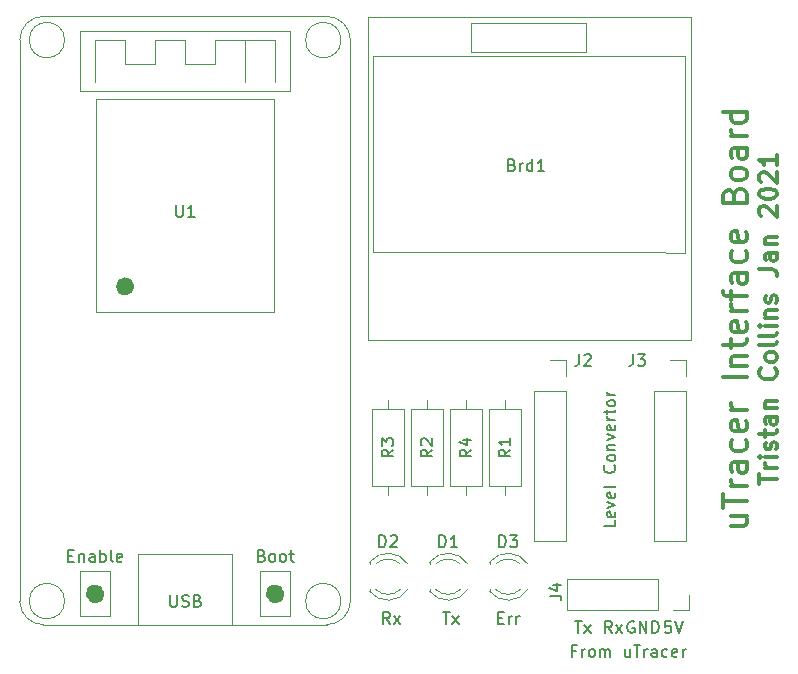
<source format=gbr>
%TF.GenerationSoftware,KiCad,Pcbnew,(6.0.0-0)*%
%TF.CreationDate,2022-01-15T15:50:31+00:00*%
%TF.ProjectId,uTracer_board,75547261-6365-4725-9f62-6f6172642e6b,rev?*%
%TF.SameCoordinates,Original*%
%TF.FileFunction,Legend,Top*%
%TF.FilePolarity,Positive*%
%FSLAX46Y46*%
G04 Gerber Fmt 4.6, Leading zero omitted, Abs format (unit mm)*
G04 Created by KiCad (PCBNEW (6.0.0-0)) date 2022-01-15 15:50:31*
%MOMM*%
%LPD*%
G01*
G04 APERTURE LIST*
%ADD10C,0.150000*%
%ADD11C,0.300000*%
%ADD12C,0.120000*%
%ADD13C,1.000000*%
%ADD14C,0.800000*%
G04 APERTURE END LIST*
D10*
X144780095Y-126246000D02*
X144684857Y-126198380D01*
X144542000Y-126198380D01*
X144399142Y-126246000D01*
X144303904Y-126341238D01*
X144256285Y-126436476D01*
X144208666Y-126626952D01*
X144208666Y-126769809D01*
X144256285Y-126960285D01*
X144303904Y-127055523D01*
X144399142Y-127150761D01*
X144542000Y-127198380D01*
X144637238Y-127198380D01*
X144780095Y-127150761D01*
X144827714Y-127103142D01*
X144827714Y-126769809D01*
X144637238Y-126769809D01*
X145256285Y-127198380D02*
X145256285Y-126198380D01*
X145827714Y-127198380D01*
X145827714Y-126198380D01*
X146303904Y-127198380D02*
X146303904Y-126198380D01*
X146542000Y-126198380D01*
X146684857Y-126246000D01*
X146780095Y-126341238D01*
X146827714Y-126436476D01*
X146875333Y-126626952D01*
X146875333Y-126769809D01*
X146827714Y-126960285D01*
X146780095Y-127055523D01*
X146684857Y-127150761D01*
X146542000Y-127198380D01*
X146303904Y-127198380D01*
X139771523Y-126198380D02*
X140342952Y-126198380D01*
X140057238Y-127198380D02*
X140057238Y-126198380D01*
X140581047Y-127198380D02*
X141104857Y-126531714D01*
X140581047Y-126531714D02*
X141104857Y-127198380D01*
X142906761Y-127198380D02*
X142573428Y-126722190D01*
X142335333Y-127198380D02*
X142335333Y-126198380D01*
X142716285Y-126198380D01*
X142811523Y-126246000D01*
X142859142Y-126293619D01*
X142906761Y-126388857D01*
X142906761Y-126531714D01*
X142859142Y-126626952D01*
X142811523Y-126674571D01*
X142716285Y-126722190D01*
X142335333Y-126722190D01*
X143240095Y-127198380D02*
X143763904Y-126531714D01*
X143240095Y-126531714D02*
X143763904Y-127198380D01*
X124110761Y-126436380D02*
X123777428Y-125960190D01*
X123539333Y-126436380D02*
X123539333Y-125436380D01*
X123920285Y-125436380D01*
X124015523Y-125484000D01*
X124063142Y-125531619D01*
X124110761Y-125626857D01*
X124110761Y-125769714D01*
X124063142Y-125864952D01*
X124015523Y-125912571D01*
X123920285Y-125960190D01*
X123539333Y-125960190D01*
X124444095Y-126436380D02*
X124967904Y-125769714D01*
X124444095Y-125769714D02*
X124967904Y-126436380D01*
X128595523Y-125436380D02*
X129166952Y-125436380D01*
X128881238Y-126436380D02*
X128881238Y-125436380D01*
X129405047Y-126436380D02*
X129928857Y-125769714D01*
X129405047Y-125769714D02*
X129928857Y-126436380D01*
X133278666Y-125912571D02*
X133612000Y-125912571D01*
X133754857Y-126436380D02*
X133278666Y-126436380D01*
X133278666Y-125436380D01*
X133754857Y-125436380D01*
X134183428Y-126436380D02*
X134183428Y-125769714D01*
X134183428Y-125960190D02*
X134231047Y-125864952D01*
X134278666Y-125817333D01*
X134373904Y-125769714D01*
X134469142Y-125769714D01*
X134802476Y-126436380D02*
X134802476Y-125769714D01*
X134802476Y-125960190D02*
X134850095Y-125864952D01*
X134897714Y-125817333D01*
X134992952Y-125769714D01*
X135088190Y-125769714D01*
X139843428Y-128706571D02*
X139510095Y-128706571D01*
X139510095Y-129230380D02*
X139510095Y-128230380D01*
X139986285Y-128230380D01*
X140367238Y-129230380D02*
X140367238Y-128563714D01*
X140367238Y-128754190D02*
X140414857Y-128658952D01*
X140462476Y-128611333D01*
X140557714Y-128563714D01*
X140652952Y-128563714D01*
X141129142Y-129230380D02*
X141033904Y-129182761D01*
X140986285Y-129135142D01*
X140938666Y-129039904D01*
X140938666Y-128754190D01*
X140986285Y-128658952D01*
X141033904Y-128611333D01*
X141129142Y-128563714D01*
X141272000Y-128563714D01*
X141367238Y-128611333D01*
X141414857Y-128658952D01*
X141462476Y-128754190D01*
X141462476Y-129039904D01*
X141414857Y-129135142D01*
X141367238Y-129182761D01*
X141272000Y-129230380D01*
X141129142Y-129230380D01*
X141891047Y-129230380D02*
X141891047Y-128563714D01*
X141891047Y-128658952D02*
X141938666Y-128611333D01*
X142033904Y-128563714D01*
X142176761Y-128563714D01*
X142272000Y-128611333D01*
X142319619Y-128706571D01*
X142319619Y-129230380D01*
X142319619Y-128706571D02*
X142367238Y-128611333D01*
X142462476Y-128563714D01*
X142605333Y-128563714D01*
X142700571Y-128611333D01*
X142748190Y-128706571D01*
X142748190Y-129230380D01*
X144414857Y-128563714D02*
X144414857Y-129230380D01*
X143986285Y-128563714D02*
X143986285Y-129087523D01*
X144033904Y-129182761D01*
X144129142Y-129230380D01*
X144272000Y-129230380D01*
X144367238Y-129182761D01*
X144414857Y-129135142D01*
X144748190Y-128230380D02*
X145319619Y-128230380D01*
X145033904Y-129230380D02*
X145033904Y-128230380D01*
X145652952Y-129230380D02*
X145652952Y-128563714D01*
X145652952Y-128754190D02*
X145700571Y-128658952D01*
X145748190Y-128611333D01*
X145843428Y-128563714D01*
X145938666Y-128563714D01*
X146700571Y-129230380D02*
X146700571Y-128706571D01*
X146652952Y-128611333D01*
X146557714Y-128563714D01*
X146367238Y-128563714D01*
X146272000Y-128611333D01*
X146700571Y-129182761D02*
X146605333Y-129230380D01*
X146367238Y-129230380D01*
X146272000Y-129182761D01*
X146224380Y-129087523D01*
X146224380Y-128992285D01*
X146272000Y-128897047D01*
X146367238Y-128849428D01*
X146605333Y-128849428D01*
X146700571Y-128801809D01*
X147605333Y-129182761D02*
X147510095Y-129230380D01*
X147319619Y-129230380D01*
X147224380Y-129182761D01*
X147176761Y-129135142D01*
X147129142Y-129039904D01*
X147129142Y-128754190D01*
X147176761Y-128658952D01*
X147224380Y-128611333D01*
X147319619Y-128563714D01*
X147510095Y-128563714D01*
X147605333Y-128611333D01*
X148414857Y-129182761D02*
X148319619Y-129230380D01*
X148129142Y-129230380D01*
X148033904Y-129182761D01*
X147986285Y-129087523D01*
X147986285Y-128706571D01*
X148033904Y-128611333D01*
X148129142Y-128563714D01*
X148319619Y-128563714D01*
X148414857Y-128611333D01*
X148462476Y-128706571D01*
X148462476Y-128801809D01*
X147986285Y-128897047D01*
X148891047Y-129230380D02*
X148891047Y-128563714D01*
X148891047Y-128754190D02*
X148938666Y-128658952D01*
X148986285Y-128611333D01*
X149081523Y-128563714D01*
X149176761Y-128563714D01*
X143200380Y-117664857D02*
X143200380Y-118141047D01*
X142200380Y-118141047D01*
X143152761Y-116950571D02*
X143200380Y-117045809D01*
X143200380Y-117236285D01*
X143152761Y-117331523D01*
X143057523Y-117379142D01*
X142676571Y-117379142D01*
X142581333Y-117331523D01*
X142533714Y-117236285D01*
X142533714Y-117045809D01*
X142581333Y-116950571D01*
X142676571Y-116902952D01*
X142771809Y-116902952D01*
X142867047Y-117379142D01*
X142533714Y-116569619D02*
X143200380Y-116331523D01*
X142533714Y-116093428D01*
X143152761Y-115331523D02*
X143200380Y-115426761D01*
X143200380Y-115617238D01*
X143152761Y-115712476D01*
X143057523Y-115760095D01*
X142676571Y-115760095D01*
X142581333Y-115712476D01*
X142533714Y-115617238D01*
X142533714Y-115426761D01*
X142581333Y-115331523D01*
X142676571Y-115283904D01*
X142771809Y-115283904D01*
X142867047Y-115760095D01*
X143200380Y-114712476D02*
X143152761Y-114807714D01*
X143057523Y-114855333D01*
X142200380Y-114855333D01*
X143105142Y-112998190D02*
X143152761Y-113045809D01*
X143200380Y-113188666D01*
X143200380Y-113283904D01*
X143152761Y-113426761D01*
X143057523Y-113522000D01*
X142962285Y-113569619D01*
X142771809Y-113617238D01*
X142628952Y-113617238D01*
X142438476Y-113569619D01*
X142343238Y-113522000D01*
X142248000Y-113426761D01*
X142200380Y-113283904D01*
X142200380Y-113188666D01*
X142248000Y-113045809D01*
X142295619Y-112998190D01*
X143200380Y-112426761D02*
X143152761Y-112522000D01*
X143105142Y-112569619D01*
X143009904Y-112617238D01*
X142724190Y-112617238D01*
X142628952Y-112569619D01*
X142581333Y-112522000D01*
X142533714Y-112426761D01*
X142533714Y-112283904D01*
X142581333Y-112188666D01*
X142628952Y-112141047D01*
X142724190Y-112093428D01*
X143009904Y-112093428D01*
X143105142Y-112141047D01*
X143152761Y-112188666D01*
X143200380Y-112283904D01*
X143200380Y-112426761D01*
X142533714Y-111664857D02*
X143200380Y-111664857D01*
X142628952Y-111664857D02*
X142581333Y-111617238D01*
X142533714Y-111522000D01*
X142533714Y-111379142D01*
X142581333Y-111283904D01*
X142676571Y-111236285D01*
X143200380Y-111236285D01*
X142533714Y-110855333D02*
X143200380Y-110617238D01*
X142533714Y-110379142D01*
X143152761Y-109617238D02*
X143200380Y-109712476D01*
X143200380Y-109902952D01*
X143152761Y-109998190D01*
X143057523Y-110045809D01*
X142676571Y-110045809D01*
X142581333Y-109998190D01*
X142533714Y-109902952D01*
X142533714Y-109712476D01*
X142581333Y-109617238D01*
X142676571Y-109569619D01*
X142771809Y-109569619D01*
X142867047Y-110045809D01*
X143200380Y-109141047D02*
X142533714Y-109141047D01*
X142724190Y-109141047D02*
X142628952Y-109093428D01*
X142581333Y-109045809D01*
X142533714Y-108950571D01*
X142533714Y-108855333D01*
X142533714Y-108664857D02*
X142533714Y-108283904D01*
X142200380Y-108522000D02*
X143057523Y-108522000D01*
X143152761Y-108474380D01*
X143200380Y-108379142D01*
X143200380Y-108283904D01*
X143200380Y-107807714D02*
X143152761Y-107902952D01*
X143105142Y-107950571D01*
X143009904Y-107998190D01*
X142724190Y-107998190D01*
X142628952Y-107950571D01*
X142581333Y-107902952D01*
X142533714Y-107807714D01*
X142533714Y-107664857D01*
X142581333Y-107569619D01*
X142628952Y-107522000D01*
X142724190Y-107474380D01*
X143009904Y-107474380D01*
X143105142Y-107522000D01*
X143152761Y-107569619D01*
X143200380Y-107664857D01*
X143200380Y-107807714D01*
X143200380Y-107045809D02*
X142533714Y-107045809D01*
X142724190Y-107045809D02*
X142628952Y-106998190D01*
X142581333Y-106950571D01*
X142533714Y-106855333D01*
X142533714Y-106760095D01*
D11*
X152987428Y-117250666D02*
X154320761Y-117250666D01*
X152987428Y-118107809D02*
X154035047Y-118107809D01*
X154225523Y-118012571D01*
X154320761Y-117822095D01*
X154320761Y-117536380D01*
X154225523Y-117345904D01*
X154130285Y-117250666D01*
X152320761Y-116584000D02*
X152320761Y-115441142D01*
X154320761Y-116012571D02*
X152320761Y-116012571D01*
X154320761Y-114774476D02*
X152987428Y-114774476D01*
X153368380Y-114774476D02*
X153177904Y-114679238D01*
X153082666Y-114584000D01*
X152987428Y-114393523D01*
X152987428Y-114203047D01*
X154320761Y-112679238D02*
X153273142Y-112679238D01*
X153082666Y-112774476D01*
X152987428Y-112964952D01*
X152987428Y-113345904D01*
X153082666Y-113536380D01*
X154225523Y-112679238D02*
X154320761Y-112869714D01*
X154320761Y-113345904D01*
X154225523Y-113536380D01*
X154035047Y-113631619D01*
X153844571Y-113631619D01*
X153654095Y-113536380D01*
X153558857Y-113345904D01*
X153558857Y-112869714D01*
X153463619Y-112679238D01*
X154225523Y-110869714D02*
X154320761Y-111060190D01*
X154320761Y-111441142D01*
X154225523Y-111631619D01*
X154130285Y-111726857D01*
X153939809Y-111822095D01*
X153368380Y-111822095D01*
X153177904Y-111726857D01*
X153082666Y-111631619D01*
X152987428Y-111441142D01*
X152987428Y-111060190D01*
X153082666Y-110869714D01*
X154225523Y-109250666D02*
X154320761Y-109441142D01*
X154320761Y-109822095D01*
X154225523Y-110012571D01*
X154035047Y-110107809D01*
X153273142Y-110107809D01*
X153082666Y-110012571D01*
X152987428Y-109822095D01*
X152987428Y-109441142D01*
X153082666Y-109250666D01*
X153273142Y-109155428D01*
X153463619Y-109155428D01*
X153654095Y-110107809D01*
X154320761Y-108298285D02*
X152987428Y-108298285D01*
X153368380Y-108298285D02*
X153177904Y-108203047D01*
X153082666Y-108107809D01*
X152987428Y-107917333D01*
X152987428Y-107726857D01*
X154320761Y-105536380D02*
X152320761Y-105536380D01*
X152987428Y-104584000D02*
X154320761Y-104584000D01*
X153177904Y-104584000D02*
X153082666Y-104488761D01*
X152987428Y-104298285D01*
X152987428Y-104012571D01*
X153082666Y-103822095D01*
X153273142Y-103726857D01*
X154320761Y-103726857D01*
X152987428Y-103060190D02*
X152987428Y-102298285D01*
X152320761Y-102774476D02*
X154035047Y-102774476D01*
X154225523Y-102679238D01*
X154320761Y-102488761D01*
X154320761Y-102298285D01*
X154225523Y-100869714D02*
X154320761Y-101060190D01*
X154320761Y-101441142D01*
X154225523Y-101631619D01*
X154035047Y-101726857D01*
X153273142Y-101726857D01*
X153082666Y-101631619D01*
X152987428Y-101441142D01*
X152987428Y-101060190D01*
X153082666Y-100869714D01*
X153273142Y-100774476D01*
X153463619Y-100774476D01*
X153654095Y-101726857D01*
X154320761Y-99917333D02*
X152987428Y-99917333D01*
X153368380Y-99917333D02*
X153177904Y-99822095D01*
X153082666Y-99726857D01*
X152987428Y-99536380D01*
X152987428Y-99345904D01*
X152987428Y-98964952D02*
X152987428Y-98203047D01*
X154320761Y-98679238D02*
X152606476Y-98679238D01*
X152416000Y-98584000D01*
X152320761Y-98393523D01*
X152320761Y-98203047D01*
X154320761Y-96679238D02*
X153273142Y-96679238D01*
X153082666Y-96774476D01*
X152987428Y-96964952D01*
X152987428Y-97345904D01*
X153082666Y-97536380D01*
X154225523Y-96679238D02*
X154320761Y-96869714D01*
X154320761Y-97345904D01*
X154225523Y-97536380D01*
X154035047Y-97631619D01*
X153844571Y-97631619D01*
X153654095Y-97536380D01*
X153558857Y-97345904D01*
X153558857Y-96869714D01*
X153463619Y-96679238D01*
X154225523Y-94869714D02*
X154320761Y-95060190D01*
X154320761Y-95441142D01*
X154225523Y-95631619D01*
X154130285Y-95726857D01*
X153939809Y-95822095D01*
X153368380Y-95822095D01*
X153177904Y-95726857D01*
X153082666Y-95631619D01*
X152987428Y-95441142D01*
X152987428Y-95060190D01*
X153082666Y-94869714D01*
X154225523Y-93250666D02*
X154320761Y-93441142D01*
X154320761Y-93822095D01*
X154225523Y-94012571D01*
X154035047Y-94107809D01*
X153273142Y-94107809D01*
X153082666Y-94012571D01*
X152987428Y-93822095D01*
X152987428Y-93441142D01*
X153082666Y-93250666D01*
X153273142Y-93155428D01*
X153463619Y-93155428D01*
X153654095Y-94107809D01*
X153273142Y-90107809D02*
X153368380Y-89822095D01*
X153463619Y-89726857D01*
X153654095Y-89631619D01*
X153939809Y-89631619D01*
X154130285Y-89726857D01*
X154225523Y-89822095D01*
X154320761Y-90012571D01*
X154320761Y-90774476D01*
X152320761Y-90774476D01*
X152320761Y-90107809D01*
X152416000Y-89917333D01*
X152511238Y-89822095D01*
X152701714Y-89726857D01*
X152892190Y-89726857D01*
X153082666Y-89822095D01*
X153177904Y-89917333D01*
X153273142Y-90107809D01*
X153273142Y-90774476D01*
X154320761Y-88488761D02*
X154225523Y-88679238D01*
X154130285Y-88774476D01*
X153939809Y-88869714D01*
X153368380Y-88869714D01*
X153177904Y-88774476D01*
X153082666Y-88679238D01*
X152987428Y-88488761D01*
X152987428Y-88203047D01*
X153082666Y-88012571D01*
X153177904Y-87917333D01*
X153368380Y-87822095D01*
X153939809Y-87822095D01*
X154130285Y-87917333D01*
X154225523Y-88012571D01*
X154320761Y-88203047D01*
X154320761Y-88488761D01*
X154320761Y-86107809D02*
X153273142Y-86107809D01*
X153082666Y-86203047D01*
X152987428Y-86393523D01*
X152987428Y-86774476D01*
X153082666Y-86964952D01*
X154225523Y-86107809D02*
X154320761Y-86298285D01*
X154320761Y-86774476D01*
X154225523Y-86964952D01*
X154035047Y-87060190D01*
X153844571Y-87060190D01*
X153654095Y-86964952D01*
X153558857Y-86774476D01*
X153558857Y-86298285D01*
X153463619Y-86107809D01*
X154320761Y-85155428D02*
X152987428Y-85155428D01*
X153368380Y-85155428D02*
X153177904Y-85060190D01*
X153082666Y-84964952D01*
X152987428Y-84774476D01*
X152987428Y-84584000D01*
X154320761Y-83060190D02*
X152320761Y-83060190D01*
X154225523Y-83060190D02*
X154320761Y-83250666D01*
X154320761Y-83631619D01*
X154225523Y-83822095D01*
X154130285Y-83917333D01*
X153939809Y-84012571D01*
X153368380Y-84012571D01*
X153177904Y-83917333D01*
X153082666Y-83822095D01*
X152987428Y-83631619D01*
X152987428Y-83250666D01*
X153082666Y-83060190D01*
X155388571Y-114584000D02*
X155388571Y-113726857D01*
X156888571Y-114155428D02*
X155388571Y-114155428D01*
X156888571Y-113226857D02*
X155888571Y-113226857D01*
X156174285Y-113226857D02*
X156031428Y-113155428D01*
X155960000Y-113084000D01*
X155888571Y-112941142D01*
X155888571Y-112798285D01*
X156888571Y-112298285D02*
X155888571Y-112298285D01*
X155388571Y-112298285D02*
X155460000Y-112369714D01*
X155531428Y-112298285D01*
X155460000Y-112226857D01*
X155388571Y-112298285D01*
X155531428Y-112298285D01*
X156817142Y-111655428D02*
X156888571Y-111512571D01*
X156888571Y-111226857D01*
X156817142Y-111084000D01*
X156674285Y-111012571D01*
X156602857Y-111012571D01*
X156460000Y-111084000D01*
X156388571Y-111226857D01*
X156388571Y-111441142D01*
X156317142Y-111584000D01*
X156174285Y-111655428D01*
X156102857Y-111655428D01*
X155960000Y-111584000D01*
X155888571Y-111441142D01*
X155888571Y-111226857D01*
X155960000Y-111084000D01*
X155888571Y-110584000D02*
X155888571Y-110012571D01*
X155388571Y-110369714D02*
X156674285Y-110369714D01*
X156817142Y-110298285D01*
X156888571Y-110155428D01*
X156888571Y-110012571D01*
X156888571Y-108869714D02*
X156102857Y-108869714D01*
X155960000Y-108941142D01*
X155888571Y-109084000D01*
X155888571Y-109369714D01*
X155960000Y-109512571D01*
X156817142Y-108869714D02*
X156888571Y-109012571D01*
X156888571Y-109369714D01*
X156817142Y-109512571D01*
X156674285Y-109584000D01*
X156531428Y-109584000D01*
X156388571Y-109512571D01*
X156317142Y-109369714D01*
X156317142Y-109012571D01*
X156245714Y-108869714D01*
X155888571Y-108155428D02*
X156888571Y-108155428D01*
X156031428Y-108155428D02*
X155960000Y-108084000D01*
X155888571Y-107941142D01*
X155888571Y-107726857D01*
X155960000Y-107584000D01*
X156102857Y-107512571D01*
X156888571Y-107512571D01*
X156745714Y-104798285D02*
X156817142Y-104869714D01*
X156888571Y-105084000D01*
X156888571Y-105226857D01*
X156817142Y-105441142D01*
X156674285Y-105584000D01*
X156531428Y-105655428D01*
X156245714Y-105726857D01*
X156031428Y-105726857D01*
X155745714Y-105655428D01*
X155602857Y-105584000D01*
X155460000Y-105441142D01*
X155388571Y-105226857D01*
X155388571Y-105084000D01*
X155460000Y-104869714D01*
X155531428Y-104798285D01*
X156888571Y-103941142D02*
X156817142Y-104084000D01*
X156745714Y-104155428D01*
X156602857Y-104226857D01*
X156174285Y-104226857D01*
X156031428Y-104155428D01*
X155960000Y-104084000D01*
X155888571Y-103941142D01*
X155888571Y-103726857D01*
X155960000Y-103584000D01*
X156031428Y-103512571D01*
X156174285Y-103441142D01*
X156602857Y-103441142D01*
X156745714Y-103512571D01*
X156817142Y-103584000D01*
X156888571Y-103726857D01*
X156888571Y-103941142D01*
X156888571Y-102584000D02*
X156817142Y-102726857D01*
X156674285Y-102798285D01*
X155388571Y-102798285D01*
X156888571Y-101798285D02*
X156817142Y-101941142D01*
X156674285Y-102012571D01*
X155388571Y-102012571D01*
X156888571Y-101226857D02*
X155888571Y-101226857D01*
X155388571Y-101226857D02*
X155460000Y-101298285D01*
X155531428Y-101226857D01*
X155460000Y-101155428D01*
X155388571Y-101226857D01*
X155531428Y-101226857D01*
X155888571Y-100512571D02*
X156888571Y-100512571D01*
X156031428Y-100512571D02*
X155960000Y-100441142D01*
X155888571Y-100298285D01*
X155888571Y-100084000D01*
X155960000Y-99941142D01*
X156102857Y-99869714D01*
X156888571Y-99869714D01*
X156817142Y-99226857D02*
X156888571Y-99084000D01*
X156888571Y-98798285D01*
X156817142Y-98655428D01*
X156674285Y-98584000D01*
X156602857Y-98584000D01*
X156460000Y-98655428D01*
X156388571Y-98798285D01*
X156388571Y-99012571D01*
X156317142Y-99155428D01*
X156174285Y-99226857D01*
X156102857Y-99226857D01*
X155960000Y-99155428D01*
X155888571Y-99012571D01*
X155888571Y-98798285D01*
X155960000Y-98655428D01*
X155388571Y-96369714D02*
X156460000Y-96369714D01*
X156674285Y-96441142D01*
X156817142Y-96584000D01*
X156888571Y-96798285D01*
X156888571Y-96941142D01*
X156888571Y-95012571D02*
X156102857Y-95012571D01*
X155960000Y-95084000D01*
X155888571Y-95226857D01*
X155888571Y-95512571D01*
X155960000Y-95655428D01*
X156817142Y-95012571D02*
X156888571Y-95155428D01*
X156888571Y-95512571D01*
X156817142Y-95655428D01*
X156674285Y-95726857D01*
X156531428Y-95726857D01*
X156388571Y-95655428D01*
X156317142Y-95512571D01*
X156317142Y-95155428D01*
X156245714Y-95012571D01*
X155888571Y-94298285D02*
X156888571Y-94298285D01*
X156031428Y-94298285D02*
X155960000Y-94226857D01*
X155888571Y-94084000D01*
X155888571Y-93869714D01*
X155960000Y-93726857D01*
X156102857Y-93655428D01*
X156888571Y-93655428D01*
X155531428Y-91869714D02*
X155460000Y-91798285D01*
X155388571Y-91655428D01*
X155388571Y-91298285D01*
X155460000Y-91155428D01*
X155531428Y-91084000D01*
X155674285Y-91012571D01*
X155817142Y-91012571D01*
X156031428Y-91084000D01*
X156888571Y-91941142D01*
X156888571Y-91012571D01*
X155388571Y-90084000D02*
X155388571Y-89941142D01*
X155460000Y-89798285D01*
X155531428Y-89726857D01*
X155674285Y-89655428D01*
X155960000Y-89584000D01*
X156317142Y-89584000D01*
X156602857Y-89655428D01*
X156745714Y-89726857D01*
X156817142Y-89798285D01*
X156888571Y-89941142D01*
X156888571Y-90084000D01*
X156817142Y-90226857D01*
X156745714Y-90298285D01*
X156602857Y-90369714D01*
X156317142Y-90441142D01*
X155960000Y-90441142D01*
X155674285Y-90369714D01*
X155531428Y-90298285D01*
X155460000Y-90226857D01*
X155388571Y-90084000D01*
X155531428Y-89012571D02*
X155460000Y-88941142D01*
X155388571Y-88798285D01*
X155388571Y-88441142D01*
X155460000Y-88298285D01*
X155531428Y-88226857D01*
X155674285Y-88155428D01*
X155817142Y-88155428D01*
X156031428Y-88226857D01*
X156888571Y-89084000D01*
X156888571Y-88155428D01*
X156888571Y-86726857D02*
X156888571Y-87584000D01*
X156888571Y-87155428D02*
X155388571Y-87155428D01*
X155602857Y-87298285D01*
X155745714Y-87441142D01*
X155817142Y-87584000D01*
D10*
X147891523Y-126198380D02*
X147415333Y-126198380D01*
X147367714Y-126674571D01*
X147415333Y-126626952D01*
X147510571Y-126579333D01*
X147748666Y-126579333D01*
X147843904Y-126626952D01*
X147891523Y-126674571D01*
X147939142Y-126769809D01*
X147939142Y-127007904D01*
X147891523Y-127103142D01*
X147843904Y-127150761D01*
X147748666Y-127198380D01*
X147510571Y-127198380D01*
X147415333Y-127150761D01*
X147367714Y-127103142D01*
X148224857Y-126198380D02*
X148558190Y-127198380D01*
X148891523Y-126198380D01*
%TO.C,D1*%
X128293904Y-119920380D02*
X128293904Y-118920380D01*
X128532000Y-118920380D01*
X128674857Y-118968000D01*
X128770095Y-119063238D01*
X128817714Y-119158476D01*
X128865333Y-119348952D01*
X128865333Y-119491809D01*
X128817714Y-119682285D01*
X128770095Y-119777523D01*
X128674857Y-119872761D01*
X128532000Y-119920380D01*
X128293904Y-119920380D01*
X129817714Y-119920380D02*
X129246285Y-119920380D01*
X129532000Y-119920380D02*
X129532000Y-118920380D01*
X129436761Y-119063238D01*
X129341523Y-119158476D01*
X129246285Y-119206095D01*
%TO.C,R2*%
X127706380Y-111672666D02*
X127230190Y-112006000D01*
X127706380Y-112244095D02*
X126706380Y-112244095D01*
X126706380Y-111863142D01*
X126754000Y-111767904D01*
X126801619Y-111720285D01*
X126896857Y-111672666D01*
X127039714Y-111672666D01*
X127134952Y-111720285D01*
X127182571Y-111767904D01*
X127230190Y-111863142D01*
X127230190Y-112244095D01*
X126801619Y-111291714D02*
X126754000Y-111244095D01*
X126706380Y-111148857D01*
X126706380Y-110910761D01*
X126754000Y-110815523D01*
X126801619Y-110767904D01*
X126896857Y-110720285D01*
X126992095Y-110720285D01*
X127134952Y-110767904D01*
X127706380Y-111339333D01*
X127706380Y-110720285D01*
%TO.C,R4*%
X131008380Y-111672666D02*
X130532190Y-112006000D01*
X131008380Y-112244095D02*
X130008380Y-112244095D01*
X130008380Y-111863142D01*
X130056000Y-111767904D01*
X130103619Y-111720285D01*
X130198857Y-111672666D01*
X130341714Y-111672666D01*
X130436952Y-111720285D01*
X130484571Y-111767904D01*
X130532190Y-111863142D01*
X130532190Y-112244095D01*
X130341714Y-110815523D02*
X131008380Y-110815523D01*
X129960761Y-111053619D02*
X130675047Y-111291714D01*
X130675047Y-110672666D01*
%TO.C,U1*%
X106008096Y-90952381D02*
X106008096Y-91761905D01*
X106055715Y-91857143D01*
X106103334Y-91904762D01*
X106198572Y-91952381D01*
X106389048Y-91952381D01*
X106484286Y-91904762D01*
X106531905Y-91857143D01*
X106579524Y-91761905D01*
X106579524Y-90952381D01*
X107579524Y-91952381D02*
X107008096Y-91952381D01*
X107293810Y-91952381D02*
X107293810Y-90952381D01*
X107198572Y-91095239D01*
X107103334Y-91190477D01*
X107008096Y-91238096D01*
X96888096Y-120638572D02*
X97221429Y-120638572D01*
X97364286Y-121162381D02*
X96888096Y-121162381D01*
X96888096Y-120162381D01*
X97364286Y-120162381D01*
X97792858Y-120495715D02*
X97792858Y-121162381D01*
X97792858Y-120590953D02*
X97840477Y-120543334D01*
X97935715Y-120495715D01*
X98078572Y-120495715D01*
X98173810Y-120543334D01*
X98221429Y-120638572D01*
X98221429Y-121162381D01*
X99126191Y-121162381D02*
X99126191Y-120638572D01*
X99078572Y-120543334D01*
X98983334Y-120495715D01*
X98792858Y-120495715D01*
X98697620Y-120543334D01*
X99126191Y-121114762D02*
X99030953Y-121162381D01*
X98792858Y-121162381D01*
X98697620Y-121114762D01*
X98650001Y-121019524D01*
X98650001Y-120924286D01*
X98697620Y-120829048D01*
X98792858Y-120781429D01*
X99030953Y-120781429D01*
X99126191Y-120733810D01*
X99602381Y-121162381D02*
X99602381Y-120162381D01*
X99602381Y-120543334D02*
X99697620Y-120495715D01*
X99888096Y-120495715D01*
X99983334Y-120543334D01*
X100030953Y-120590953D01*
X100078572Y-120686191D01*
X100078572Y-120971905D01*
X100030953Y-121067143D01*
X99983334Y-121114762D01*
X99888096Y-121162381D01*
X99697620Y-121162381D01*
X99602381Y-121114762D01*
X100650001Y-121162381D02*
X100554762Y-121114762D01*
X100507143Y-121019524D01*
X100507143Y-120162381D01*
X101411905Y-121114762D02*
X101316667Y-121162381D01*
X101126191Y-121162381D01*
X101030953Y-121114762D01*
X100983334Y-121019524D01*
X100983334Y-120638572D01*
X101030953Y-120543334D01*
X101126191Y-120495715D01*
X101316667Y-120495715D01*
X101411905Y-120543334D01*
X101459524Y-120638572D01*
X101459524Y-120733810D01*
X100983334Y-120829048D01*
X113270953Y-120638572D02*
X113413810Y-120686191D01*
X113461429Y-120733810D01*
X113509048Y-120829048D01*
X113509048Y-120971905D01*
X113461429Y-121067143D01*
X113413810Y-121114762D01*
X113318572Y-121162381D01*
X112937620Y-121162381D01*
X112937620Y-120162381D01*
X113270953Y-120162381D01*
X113366191Y-120210001D01*
X113413810Y-120257620D01*
X113461429Y-120352858D01*
X113461429Y-120448096D01*
X113413810Y-120543334D01*
X113366191Y-120590953D01*
X113270953Y-120638572D01*
X112937620Y-120638572D01*
X114080477Y-121162381D02*
X113985239Y-121114762D01*
X113937620Y-121067143D01*
X113890001Y-120971905D01*
X113890001Y-120686191D01*
X113937620Y-120590953D01*
X113985239Y-120543334D01*
X114080477Y-120495715D01*
X114223334Y-120495715D01*
X114318572Y-120543334D01*
X114366191Y-120590953D01*
X114413810Y-120686191D01*
X114413810Y-120971905D01*
X114366191Y-121067143D01*
X114318572Y-121114762D01*
X114223334Y-121162381D01*
X114080477Y-121162381D01*
X114985239Y-121162381D02*
X114890001Y-121114762D01*
X114842381Y-121067143D01*
X114794762Y-120971905D01*
X114794762Y-120686191D01*
X114842381Y-120590953D01*
X114890001Y-120543334D01*
X114985239Y-120495715D01*
X115128096Y-120495715D01*
X115223334Y-120543334D01*
X115270953Y-120590953D01*
X115318572Y-120686191D01*
X115318572Y-120971905D01*
X115270953Y-121067143D01*
X115223334Y-121114762D01*
X115128096Y-121162381D01*
X114985239Y-121162381D01*
X115604286Y-120495715D02*
X115985239Y-120495715D01*
X115747143Y-120162381D02*
X115747143Y-121019524D01*
X115794762Y-121114762D01*
X115890001Y-121162381D01*
X115985239Y-121162381D01*
X105508096Y-123972381D02*
X105508096Y-124781905D01*
X105555715Y-124877143D01*
X105603334Y-124924762D01*
X105698572Y-124972381D01*
X105889048Y-124972381D01*
X105984286Y-124924762D01*
X106031905Y-124877143D01*
X106079524Y-124781905D01*
X106079524Y-123972381D01*
X106508096Y-124924762D02*
X106650953Y-124972381D01*
X106889048Y-124972381D01*
X106984286Y-124924762D01*
X107031905Y-124877143D01*
X107079524Y-124781905D01*
X107079524Y-124686667D01*
X107031905Y-124591429D01*
X106984286Y-124543810D01*
X106889048Y-124496191D01*
X106698572Y-124448572D01*
X106603334Y-124400953D01*
X106555715Y-124353334D01*
X106508096Y-124258096D01*
X106508096Y-124162858D01*
X106555715Y-124067620D01*
X106603334Y-124020001D01*
X106698572Y-123972381D01*
X106936667Y-123972381D01*
X107079524Y-124020001D01*
X107841429Y-124448572D02*
X107984286Y-124496191D01*
X108031905Y-124543810D01*
X108079524Y-124639048D01*
X108079524Y-124781905D01*
X108031905Y-124877143D01*
X107984286Y-124924762D01*
X107889048Y-124972381D01*
X107508096Y-124972381D01*
X107508096Y-123972381D01*
X107841429Y-123972381D01*
X107936667Y-124020001D01*
X107984286Y-124067620D01*
X108031905Y-124162858D01*
X108031905Y-124258096D01*
X107984286Y-124353334D01*
X107936667Y-124400953D01*
X107841429Y-124448572D01*
X107508096Y-124448572D01*
%TO.C,R3*%
X124404380Y-111672666D02*
X123928190Y-112006000D01*
X124404380Y-112244095D02*
X123404380Y-112244095D01*
X123404380Y-111863142D01*
X123452000Y-111767904D01*
X123499619Y-111720285D01*
X123594857Y-111672666D01*
X123737714Y-111672666D01*
X123832952Y-111720285D01*
X123880571Y-111767904D01*
X123928190Y-111863142D01*
X123928190Y-112244095D01*
X123404380Y-111339333D02*
X123404380Y-110720285D01*
X123785333Y-111053619D01*
X123785333Y-110910761D01*
X123832952Y-110815523D01*
X123880571Y-110767904D01*
X123975809Y-110720285D01*
X124213904Y-110720285D01*
X124309142Y-110767904D01*
X124356761Y-110815523D01*
X124404380Y-110910761D01*
X124404380Y-111196476D01*
X124356761Y-111291714D01*
X124309142Y-111339333D01*
%TO.C,R1*%
X134310380Y-111672666D02*
X133834190Y-112006000D01*
X134310380Y-112244095D02*
X133310380Y-112244095D01*
X133310380Y-111863142D01*
X133358000Y-111767904D01*
X133405619Y-111720285D01*
X133500857Y-111672666D01*
X133643714Y-111672666D01*
X133738952Y-111720285D01*
X133786571Y-111767904D01*
X133834190Y-111863142D01*
X133834190Y-112244095D01*
X134310380Y-110720285D02*
X134310380Y-111291714D01*
X134310380Y-111006000D02*
X133310380Y-111006000D01*
X133453238Y-111101238D01*
X133548476Y-111196476D01*
X133596095Y-111291714D01*
%TO.C,D3*%
X133373904Y-119920380D02*
X133373904Y-118920380D01*
X133612000Y-118920380D01*
X133754857Y-118968000D01*
X133850095Y-119063238D01*
X133897714Y-119158476D01*
X133945333Y-119348952D01*
X133945333Y-119491809D01*
X133897714Y-119682285D01*
X133850095Y-119777523D01*
X133754857Y-119872761D01*
X133612000Y-119920380D01*
X133373904Y-119920380D01*
X134278666Y-118920380D02*
X134897714Y-118920380D01*
X134564380Y-119301333D01*
X134707238Y-119301333D01*
X134802476Y-119348952D01*
X134850095Y-119396571D01*
X134897714Y-119491809D01*
X134897714Y-119729904D01*
X134850095Y-119825142D01*
X134802476Y-119872761D01*
X134707238Y-119920380D01*
X134421523Y-119920380D01*
X134326285Y-119872761D01*
X134278666Y-119825142D01*
%TO.C,D2*%
X123213904Y-119920380D02*
X123213904Y-118920380D01*
X123452000Y-118920380D01*
X123594857Y-118968000D01*
X123690095Y-119063238D01*
X123737714Y-119158476D01*
X123785333Y-119348952D01*
X123785333Y-119491809D01*
X123737714Y-119682285D01*
X123690095Y-119777523D01*
X123594857Y-119872761D01*
X123452000Y-119920380D01*
X123213904Y-119920380D01*
X124166285Y-119015619D02*
X124213904Y-118968000D01*
X124309142Y-118920380D01*
X124547238Y-118920380D01*
X124642476Y-118968000D01*
X124690095Y-119015619D01*
X124737714Y-119110857D01*
X124737714Y-119206095D01*
X124690095Y-119348952D01*
X124118666Y-119920380D01*
X124737714Y-119920380D01*
%TO.C,J2*%
X140128666Y-103592380D02*
X140128666Y-104306666D01*
X140081047Y-104449523D01*
X139985809Y-104544761D01*
X139842952Y-104592380D01*
X139747714Y-104592380D01*
X140557238Y-103687619D02*
X140604857Y-103640000D01*
X140700095Y-103592380D01*
X140938190Y-103592380D01*
X141033428Y-103640000D01*
X141081047Y-103687619D01*
X141128666Y-103782857D01*
X141128666Y-103878095D01*
X141081047Y-104020952D01*
X140509619Y-104592380D01*
X141128666Y-104592380D01*
%TO.C,J3*%
X144700666Y-103592380D02*
X144700666Y-104306666D01*
X144653047Y-104449523D01*
X144557809Y-104544761D01*
X144414952Y-104592380D01*
X144319714Y-104592380D01*
X145081619Y-103592380D02*
X145700666Y-103592380D01*
X145367333Y-103973333D01*
X145510190Y-103973333D01*
X145605428Y-104020952D01*
X145653047Y-104068571D01*
X145700666Y-104163809D01*
X145700666Y-104401904D01*
X145653047Y-104497142D01*
X145605428Y-104544761D01*
X145510190Y-104592380D01*
X145224476Y-104592380D01*
X145129238Y-104544761D01*
X145081619Y-104497142D01*
%TO.C,J4*%
X137628380Y-124031333D02*
X138342666Y-124031333D01*
X138485523Y-124078952D01*
X138580761Y-124174190D01*
X138628380Y-124317047D01*
X138628380Y-124412285D01*
X137961714Y-123126571D02*
X138628380Y-123126571D01*
X137580761Y-123364666D02*
X138295047Y-123602761D01*
X138295047Y-122983714D01*
%TO.C,Brd1*%
X134469333Y-87558571D02*
X134612190Y-87606190D01*
X134659809Y-87653809D01*
X134707428Y-87749047D01*
X134707428Y-87891904D01*
X134659809Y-87987142D01*
X134612190Y-88034761D01*
X134516952Y-88082380D01*
X134136000Y-88082380D01*
X134136000Y-87082380D01*
X134469333Y-87082380D01*
X134564571Y-87130000D01*
X134612190Y-87177619D01*
X134659809Y-87272857D01*
X134659809Y-87368095D01*
X134612190Y-87463333D01*
X134564571Y-87510952D01*
X134469333Y-87558571D01*
X134136000Y-87558571D01*
X135136000Y-88082380D02*
X135136000Y-87415714D01*
X135136000Y-87606190D02*
X135183619Y-87510952D01*
X135231238Y-87463333D01*
X135326476Y-87415714D01*
X135421714Y-87415714D01*
X136183619Y-88082380D02*
X136183619Y-87082380D01*
X136183619Y-88034761D02*
X136088380Y-88082380D01*
X135897904Y-88082380D01*
X135802666Y-88034761D01*
X135755047Y-87987142D01*
X135707428Y-87891904D01*
X135707428Y-87606190D01*
X135755047Y-87510952D01*
X135802666Y-87463333D01*
X135897904Y-87415714D01*
X136088380Y-87415714D01*
X136183619Y-87463333D01*
X137183619Y-88082380D02*
X136612190Y-88082380D01*
X136897904Y-88082380D02*
X136897904Y-87082380D01*
X136802666Y-87225238D01*
X136707428Y-87320476D01*
X136612190Y-87368095D01*
D12*
%TO.C,D1*%
X127472000Y-123508000D02*
X127472000Y-123664000D01*
X127472000Y-121192000D02*
X127472000Y-121348000D01*
X130704335Y-121349392D02*
G75*
G03*
X127472000Y-121192484I-1672335J-1078609D01*
G01*
X130073130Y-121348163D02*
G75*
G03*
X127991039Y-121348000I-1041130J-1079837D01*
G01*
X127991039Y-123508000D02*
G75*
G03*
X130073130Y-123507837I1040961J1080000D01*
G01*
X127472000Y-123663516D02*
G75*
G03*
X130704335Y-123506608I1560000J1235517D01*
G01*
%TO.C,R2*%
X128624000Y-108236000D02*
X125884000Y-108236000D01*
X128624000Y-114776000D02*
X128624000Y-108236000D01*
X127254000Y-115546000D02*
X127254000Y-114776000D01*
X127254000Y-107466000D02*
X127254000Y-108236000D01*
X125884000Y-108236000D02*
X125884000Y-114776000D01*
X125884000Y-114776000D02*
X128624000Y-114776000D01*
%TO.C,R4*%
X130556000Y-107466000D02*
X130556000Y-108236000D01*
X129186000Y-114776000D02*
X131926000Y-114776000D01*
X131926000Y-108236000D02*
X129186000Y-108236000D01*
X129186000Y-108236000D02*
X129186000Y-114776000D01*
X131926000Y-114776000D02*
X131926000Y-108236000D01*
X130556000Y-115546000D02*
X130556000Y-114776000D01*
%TO.C,U1*%
X101690001Y-79054001D02*
X104230001Y-79054001D01*
X99150001Y-80578001D02*
X99150001Y-77022001D01*
X115660001Y-81340001D02*
X97880001Y-81340001D01*
X102770001Y-120490001D02*
X102770001Y-126490001D01*
X115660001Y-76260001D02*
X115660001Y-81340001D01*
X113120001Y-121980001D02*
X115660001Y-121980001D01*
X113120001Y-125790001D02*
X113120001Y-121980001D01*
X104230001Y-77022001D02*
X106770001Y-77022001D01*
X114390001Y-77022001D02*
X114390001Y-80578001D01*
X100420001Y-125790001D02*
X97880001Y-125790001D01*
X99150001Y-77022001D02*
X101690001Y-77022001D01*
X115660001Y-121980001D02*
X115660001Y-125790001D01*
X120770001Y-124490001D02*
X120770001Y-76990001D01*
X106770001Y-79054001D02*
X109310001Y-79054001D01*
X114270001Y-81990001D02*
X114270001Y-99990001D01*
X99270001Y-81990001D02*
X114270001Y-81990001D01*
X114270001Y-99990001D02*
X99270001Y-99990001D01*
X94770001Y-74990001D02*
X118770001Y-74990001D01*
X99270001Y-99990001D02*
X99270001Y-81990001D01*
X100420001Y-121980001D02*
X100420001Y-125790001D01*
X97880001Y-76260001D02*
X115660001Y-76260001D01*
X106770001Y-77022001D02*
X106770001Y-79054001D01*
X97880001Y-121980001D02*
X100420001Y-121980001D01*
X109310001Y-77022001D02*
X114390001Y-77022001D01*
X104230001Y-79054001D02*
X104230001Y-77022001D01*
X109310001Y-79054001D02*
X109310001Y-77022001D01*
X97880001Y-125790001D02*
X97880001Y-121980001D01*
X115660001Y-125790001D02*
X113120001Y-125790001D01*
X102770001Y-120490001D02*
X110770001Y-120490001D01*
X110770001Y-120490001D02*
X110770001Y-126490001D01*
X101690001Y-77022001D02*
X101690001Y-79054001D01*
X111850001Y-77022001D02*
X111850001Y-80578001D01*
X92770001Y-76990001D02*
X92770001Y-124490001D01*
X94770001Y-126490001D02*
X118770001Y-126490001D01*
X97880001Y-81340001D02*
X97880001Y-76260001D01*
X120770001Y-76990001D02*
G75*
G03*
X118770001Y-74990001I-1999999J1D01*
G01*
X118770001Y-126490001D02*
G75*
G03*
X120770001Y-124490001I1J1999999D01*
G01*
X92770001Y-124490001D02*
G75*
G03*
X94770001Y-126490001I1999999J-1D01*
G01*
X94770001Y-74990001D02*
G75*
G03*
X92770001Y-76990001I-1J-1999999D01*
G01*
X119970001Y-124490001D02*
G75*
G03*
X119970001Y-124490001I-1500000J0D01*
G01*
D13*
X99450001Y-123885001D02*
G75*
G03*
X99450001Y-123885001I-300000J0D01*
G01*
D12*
X119970001Y-76990001D02*
G75*
G03*
X119970001Y-76990001I-1500000J0D01*
G01*
X96570001Y-124490001D02*
G75*
G03*
X96570001Y-124490001I-1500000J0D01*
G01*
X96570001Y-76990001D02*
G75*
G03*
X96570001Y-76990001I-1500000J0D01*
G01*
D14*
X102090001Y-97850001D02*
G75*
G03*
X102090001Y-97850001I-400000J0D01*
G01*
D13*
X114690001Y-123885001D02*
G75*
G03*
X114690001Y-123885001I-300000J0D01*
G01*
D12*
%TO.C,R3*%
X125322000Y-108236000D02*
X122582000Y-108236000D01*
X123952000Y-107466000D02*
X123952000Y-108236000D01*
X123952000Y-115546000D02*
X123952000Y-114776000D01*
X125322000Y-114776000D02*
X125322000Y-108236000D01*
X122582000Y-114776000D02*
X125322000Y-114776000D01*
X122582000Y-108236000D02*
X122582000Y-114776000D01*
%TO.C,R1*%
X133858000Y-115546000D02*
X133858000Y-114776000D01*
X135228000Y-108236000D02*
X132488000Y-108236000D01*
X133858000Y-107466000D02*
X133858000Y-108236000D01*
X132488000Y-108236000D02*
X132488000Y-114776000D01*
X132488000Y-114776000D02*
X135228000Y-114776000D01*
X135228000Y-114776000D02*
X135228000Y-108236000D01*
%TO.C,D3*%
X132552000Y-123508000D02*
X132552000Y-123664000D01*
X132552000Y-121192000D02*
X132552000Y-121348000D01*
X132552000Y-123663516D02*
G75*
G03*
X135784335Y-123506608I1560000J1235517D01*
G01*
X135784335Y-121349392D02*
G75*
G03*
X132552000Y-121192484I-1672335J-1078609D01*
G01*
X133071039Y-123508000D02*
G75*
G03*
X135153130Y-123507837I1040961J1080000D01*
G01*
X135153130Y-121348163D02*
G75*
G03*
X133071039Y-121348000I-1041130J-1079837D01*
G01*
%TO.C,D2*%
X122392000Y-123508000D02*
X122392000Y-123664000D01*
X122392000Y-121192000D02*
X122392000Y-121348000D01*
X125624335Y-121349392D02*
G75*
G03*
X122392000Y-121192484I-1672335J-1078609D01*
G01*
X122392000Y-123663516D02*
G75*
G03*
X125624335Y-123506608I1560000J1235517D01*
G01*
X122911039Y-123508000D02*
G75*
G03*
X124993130Y-123507837I1040961J1080000D01*
G01*
X124993130Y-121348163D02*
G75*
G03*
X122911039Y-121348000I-1041130J-1079837D01*
G01*
%TO.C,J2*%
X137668000Y-104080000D02*
X138998000Y-104080000D01*
X138998000Y-104080000D02*
X138998000Y-105410000D01*
X136338000Y-106680000D02*
X136338000Y-119440000D01*
X136338000Y-119440000D02*
X138998000Y-119440000D01*
X138998000Y-106680000D02*
X138998000Y-119440000D01*
X136338000Y-106680000D02*
X138998000Y-106680000D01*
%TO.C,J3*%
X149158000Y-106680000D02*
X149158000Y-119440000D01*
X146498000Y-106680000D02*
X146498000Y-119440000D01*
X149158000Y-104080000D02*
X149158000Y-105410000D01*
X147828000Y-104080000D02*
X149158000Y-104080000D01*
X146498000Y-119440000D02*
X149158000Y-119440000D01*
X146498000Y-106680000D02*
X149158000Y-106680000D01*
%TO.C,J4*%
X146812000Y-122622000D02*
X146812000Y-125282000D01*
X146812000Y-125282000D02*
X139132000Y-125282000D01*
X149412000Y-123952000D02*
X149412000Y-125282000D01*
X146812000Y-122622000D02*
X139132000Y-122622000D01*
X139132000Y-122622000D02*
X139132000Y-125282000D01*
X149412000Y-125282000D02*
X148082000Y-125282000D01*
%TO.C,Brd1*%
X149636000Y-102376000D02*
X122236000Y-102376000D01*
X149636000Y-75076000D02*
X149636000Y-102376000D01*
X130937000Y-75565000D02*
X130937000Y-77978000D01*
X122658000Y-78371000D02*
X145758000Y-78371000D01*
X145758000Y-94971000D02*
X149098000Y-94996000D01*
X145758000Y-78371000D02*
X148844000Y-78371000D01*
X122658000Y-94971000D02*
X122658000Y-78371000D01*
X140716000Y-77978000D02*
X130937000Y-77978000D01*
X149098000Y-78359000D02*
X148844000Y-78371000D01*
X149098000Y-94996000D02*
X149098000Y-78359000D01*
X145758000Y-94971000D02*
X122658000Y-94971000D01*
X122236000Y-75076000D02*
X149636000Y-75076000D01*
X140716000Y-75565000D02*
X140716000Y-77978000D01*
X130937000Y-75565000D02*
X140716000Y-75565000D01*
X122236000Y-102376000D02*
X122236000Y-75076000D01*
%TD*%
M02*

</source>
